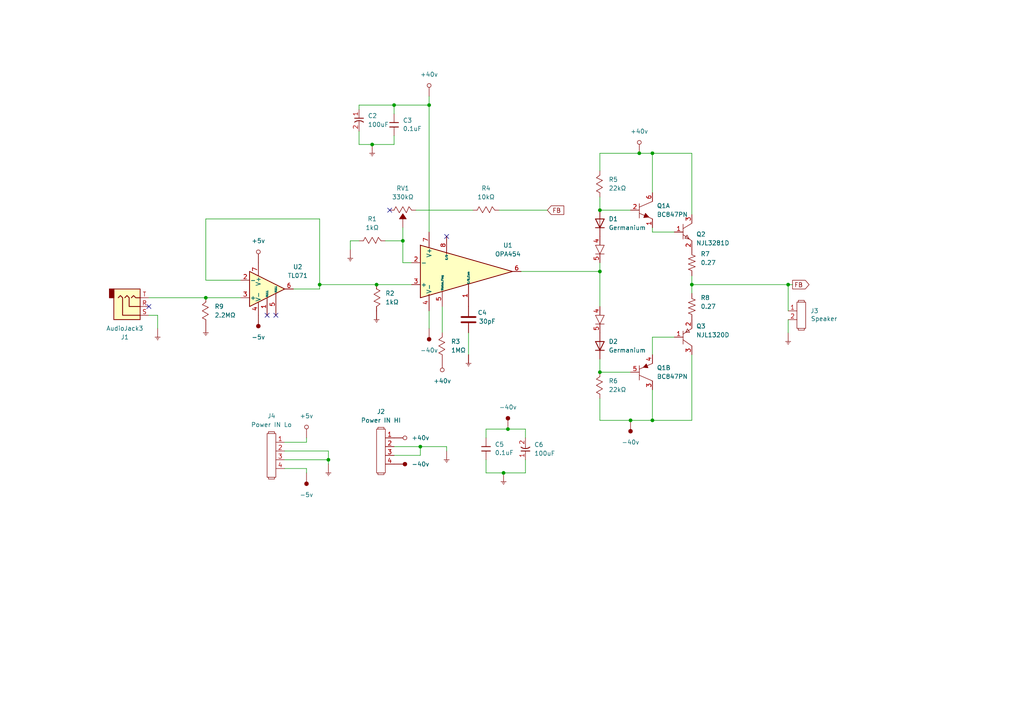
<source format=kicad_sch>
(kicad_sch (version 20250114) (generator "eeschema") (generator_version "9.0")
  (paper "A4")
  (lib_symbols
    (symbol "BC847PN_1"
      (property "Reference" "Q" (at -8.382 3.81 0))
      (property "Value" "BC847PN" (at -4.826 2.032 0))
      (symbol "BC847PN_1_0_1"
        (polyline (pts (xy 2.54 1.905) (xy 2.54 -2.286)))
        (polyline (pts (xy 6.35 2.54) (xy 2.54 0.889)))
        (polyline (pts (xy 6.35 -2.54) (xy 2.54 -0.889)))
      )
      (symbol "BC847PN_1_1_1"
        (polyline (pts (xy 5.334 -2.032) (xy 4.318 -0.889) (xy 3.81 -2.159) (xy 5.334 -2.032)) (fill (type outline)))
        (pin input line (at 0 0 0) (length 2.54) (name "") (number "2"))
        (pin input line (at 6.35 5.08 270) (length 2.54) (name "") (number "6"))
        (pin input line (at 6.35 -5.08 90) (length 2.54) (name "") (number "1"))
      )
      (symbol "BC847PN_1_2_1"
        (polyline (pts (xy 3.683 1.397) (xy 4.572 2.413) (xy 5.08 1.27) (xy 3.683 1.397)) (fill (type outline)))
        (pin input line (at 0 0 0) (length 2.54) (name "") (number "5"))
        (pin input line (at 6.35 5.08 270) (length 2.54) (name "") (number "4"))
        (pin input line (at 6.35 -5.08 90) (length 2.54) (name "") (number "3"))
      )
    )
    (symbol "Connector_Audio:AudioJack3"
      (property "Reference" "J" (at 0 8.89 0))
      (property "Value" "AudioJack3" (at 0 6.35 0))
      (symbol "AudioJack3_0_1"
        (rectangle (start -5.08 -5.08) (end -6.35 -2.54) (stroke (width 0.254)) (fill (type outline)))
        (polyline (pts (xy -1.905 -2.54) (xy -1.27 -3.175) (xy -0.635 -2.54) (xy -0.635 0) (xy 2.54 0)) (stroke (width 0.254)))
        (polyline (pts (xy 0 -2.54) (xy 0.635 -3.175) (xy 1.27 -2.54) (xy 2.54 -2.54)) (stroke (width 0.254)))
        (rectangle (start 2.54 3.81) (end -5.08 -5.08) (stroke (width 0.254)) (fill (type background)))
        (polyline (pts (xy 2.54 2.54) (xy -2.54 2.54) (xy -2.54 -2.54) (xy -3.175 -3.175) (xy -3.81 -2.54)) (stroke (width 0.254)))
      )
      (symbol "AudioJack3_1_1"
        (pin passive line (at 5.08 2.54 180) (length 2.54) (name "~") (number "S"))
        (pin passive line (at 5.08 0 180) (length 2.54) (name "~") (number "R"))
        (pin passive line (at 5.08 -2.54 180) (length 2.54) (name "~") (number "T"))
      )
    )
    (symbol "Custom Power:+40v" (power) (pin_numbers (hide yes)) (pin_names (hide yes)) (in_bom no) (on_board no)
      (property "Value" "+40v" (at 0 3.81 0))
      (symbol "+40v_0_1"
        (circle (center 0 1.8796) (radius 0.5611))
      )
      (symbol "+40v_1_1"
        (pin power_in line (at 0 -1.27 90) (length 2.54) (name "+40v") (number "~"))
      )
    )
    (symbol "Custom Power:+5v" (power) (pin_numbers (hide yes)) (pin_names (hide yes)) (in_bom no) (on_board no)
      (property "Value" "+5v" (at 0 3.81 0))
      (symbol "+5v_0_1"
        (circle (center 0 1.8796) (radius 0.5611))
      )
      (symbol "+5v_1_1"
        (pin power_in line (at 0 -1.27 90) (length 2.54) (name "+5v") (number ""))
      )
    )
    (symbol "Custom Power:-40v" (power) (pin_numbers (hide yes)) (pin_names (hide yes)) (in_bom no) (on_board no)
      (property "Value" "-40v" (at 0 3.81 0))
      (symbol "-40v_1_1"
        (circle (center 0 1.8796) (radius 0.5611) (fill (type outline)))
        (pin power_in line (at 0 -1.27 90) (length 2.54) (name "-40v") (number "~"))
      )
    )
    (symbol "Custom Power:-5v" (power) (pin_numbers (hide yes)) (pin_names (hide yes)) (in_bom no) (on_board no)
      (property "Value" "-5v" (at 0 3.81 0))
      (symbol "-5v_1_1"
        (circle (center 0 1.8796) (radius 0.5611) (fill (type outline)))
        (pin power_in line (at 0 -1.27 90) (length 2.54) (name "-5v") (number "~"))
      )
    )
    (symbol "Custom Power:Earth_GND" (power) (pin_numbers (hide yes)) (pin_names (hide yes)) (in_bom no) (on_board no)
      (symbol "Earth_GND_0_1"
        (polyline (pts (xy -0.762 -2.54) (xy 0.762 -2.54)))
        (polyline (pts (xy -0.381 -2.921) (xy 0.381 -2.921)))
        (polyline (pts (xy -0.127 -3.302) (xy 0.127 -3.302)))
      )
      (symbol "Earth_GND_1_1"
        (pin power_in line (at 0 0 270) (length 2.54) (name "Earth_GND") (number "~"))
      )
    )
    (symbol "Device:C" (pin_numbers (hide yes)) (pin_names (offset 0.254))
      (property "Reference" "C" (at 0.635 2.54 0))
      (property "Value" "C" (at 0.635 -2.54 0))
      (symbol "C_0_1"
        (polyline (pts (xy -2.032 0.762) (xy 2.032 0.762)) (stroke (width 0.508)))
        (polyline (pts (xy -2.032 -0.762) (xy 2.032 -0.762)) (stroke (width 0.508)))
      )
      (symbol "C_1_1"
        (pin passive line (at 0 3.81 270) (length 2.794) (name "~") (number "1"))
        (pin passive line (at 0 -3.81 90) (length 2.794) (name "~") (number "2"))
      )
    )
    (symbol "Device:R_US" (pin_numbers (hide yes)) (pin_names (offset 0))
      (property "Reference" "R" (at 2.54 0 90))
      (property "Value" "R_US" (at -2.54 0 90))
      (symbol "R_US_0_1"
        (polyline (pts (xy 0 2.286) (xy 0 2.54)))
        (polyline (pts (xy 0 2.286) (xy 1.016 1.905) (xy 0 1.524) (xy -1.016 1.143) (xy 0 0.762)))
        (polyline (pts (xy 0 0.762) (xy 1.016 0.381) (xy 0 0) (xy -1.016 -0.381) (xy 0 -0.762)))
        (polyline (pts (xy 0 -0.762) (xy 1.016 -1.143) (xy 0 -1.524) (xy -1.016 -1.905) (xy 0 -2.286)))
        (polyline (pts (xy 0 -2.286) (xy 0 -2.54)))
      )
      (symbol "R_US_1_1"
        (pin passive line (at 0 3.81 270) (length 1.27) (name "~") (number "1"))
        (pin passive line (at 0 -3.81 90) (length 1.27) (name "~") (number "2"))
      )
    )
    (symbol "OF Symbols:Header_1x2" (pin_names (hide yes))
      (property "Reference" "J" (at -7.62 -1.27 0))
      (property "Value" "?" (at -7.62 -3.81 0))
      (symbol "Header_1x2_0_1"
        (rectangle (start -5.08 2.54) (end -2.54 -5.08))
        (polyline (pts (xy -4.699 2.54) (xy -4.699 3.048) (xy -2.921 3.048) (xy -2.921 2.54)))
        (polyline (pts (xy -4.699 -5.08) (xy -4.699 -5.588) (xy -2.921 -5.588) (xy -2.921 -5.08)))
      )
      (symbol "Header_1x2_1_1"
        (pin passive line (at 0 0 180) (length 2.54) (name "1") (number "1"))
        (pin passive line (at 0 -2.54 180) (length 2.54) (name "2") (number "2"))
      )
    )
    (symbol "OF symbols:Resistor_Mod" (pin_numbers (hide yes)) (pin_names (offset 0) (hide yes))
      (property "Reference" "R" (at 0 4.318 0))
      (property "Value" "ValueΩ" (at 0 2.54 0))
      (symbol "Resistor_Mod_0_1"
        (polyline (pts (xy -2.54 0) (xy -2.032 1.016) (xy -1.016 -0.762) (xy 0 1.016) (xy 1.016 -0.762) (xy 1.778 1.016) (xy 2.54 0)))
      )
      (symbol "Resistor_Mod_1_1"
        (pin passive line (at -3.81 0 0) (length 1.27) (name "1") (number "1"))
        (pin passive line (at 3.81 0 180) (length 1.27) (name "2") (number "2"))
      )
    )
    (symbol "OF symbols:TL071" (pin_names (offset 0.127))
      (property "Reference" "U" (at 0 6.35 0))
      (property "Value" "TL071" (at 0 3.81 0))
      (symbol "TL071_0_1"
        (polyline (pts (xy -5.08 5.08) (xy 5.08 0) (xy -5.08 -5.08) (xy -5.08 5.08)) (stroke (width 0.254)) (fill (type background)))
      )
      (symbol "TL071_1_1"
        (pin input line (at -7.62 2.54 0) (length 2.54) (name "-") (number "2"))
        (pin input line (at -7.62 -2.54 0) (length 2.54) (name "+") (number "3"))
        (pin power_in line (at -2.54 7.62 270) (length 3.81) (name "V+") (number "7"))
        (pin power_in line (at -2.54 -7.62 90) (length 3.81) (name "V-") (number "4"))
        (pin no_connect line (at 0 2.54 270) (length 2.54) (hide yes) (name "NC") (number "8"))
        (pin input line (at 0 -7.62 90) (length 5.08) (name "NULL") (number "1"))
        (pin input line (at 2.54 -7.62 90) (length 6.35) (name "NULL") (number "5"))
        (pin output line (at 7.62 0 180) (length 2.54) (name "~") (number "6"))
      )
    )
    (symbol "Owen's Symbols:Capacitor" (pin_numbers (hide yes)) (pin_names (hide yes))
      (property "Reference" "C" (at 2.54 0 0))
      (property "Value" "?" (at 2.54 -2.54 0))
      (symbol "Capacitor_1_1"
        (polyline (pts (xy -1.27 -2.54) (xy 1.27 -2.54)) (stroke (width 0.254)))
        (polyline (pts (xy -1.27 -3.81) (xy 1.27 -3.81)) (stroke (width 0.254)))
        (pin passive line (at 0 0 270) (length 2.54) (name "1") (number "1"))
        (pin passive line (at 0 -6.35 90) (length 2.54) (name "2") (number "2"))
      )
    )
    (symbol "Owen's Symbols:Capacitor_pol" (pin_names (hide yes))
      (property "Reference" "C" (at 2.54 0 0))
      (property "Value" "?" (at 2.54 -2.54 0))
      (symbol "Capacitor_pol_0_1"
        (polyline (pts (xy 0 -3.302) (xy 0 -3.81)))
      )
      (symbol "Capacitor_pol_1_1"
        (polyline (pts (xy -1.27 -2.54) (xy 1.27 -2.54)) (stroke (width 0.254)))
        (arc (start -1.27 -3.6657) (mid 0 -3.2373) (end 1.27 -3.6657) (stroke (width 0.254)))
        (pin passive line (at 0 0 270) (length 2.54) (name "1") (number "1"))
        (pin passive line (at 0 -6.35 90) (length 2.54) (name "2") (number "2"))
      )
    )
    (symbol "Owen's Symbols:Header_1x4" (pin_names (hide yes))
      (property "Reference" "J" (at -8.89 -3.81 0))
      (property "Value" "?" (at -8.89 -6.35 0))
      (symbol "Header_1x4_0_1"
        (rectangle (start -5.08 2.54) (end -2.54 -10.16))
        (polyline (pts (xy -4.699 2.54) (xy -4.699 3.048) (xy -2.921 3.048) (xy -2.921 2.54)))
        (polyline (pts (xy -4.699 -10.16) (xy -4.699 -10.668) (xy -2.921 -10.668) (xy -2.921 -10.16)))
      )
      (symbol "Header_1x4_1_1"
        (pin passive line (at 0 0 180) (length 2.54) (name "1") (number "1"))
        (pin passive line (at 0 -2.54 180) (length 2.54) (name "2") (number "2"))
        (pin passive line (at 0 -5.08 180) (length 2.54) (name "3") (number "3"))
        (pin passive line (at 0 -7.62 180) (length 2.54) (name "4") (number "4"))
      )
    )
    (symbol "Owen's Symbols:NJL1302DG"
      (property "Reference" "Q" (at 0 0 0))
      (property "Value" "NJL1320D" (at 0 0 0))
      (symbol "NJL1302DG_0_1"
        (polyline (pts (xy -22.86 6.35) (xy -20.32 6.35) (xy -21.59 3.81) (xy -22.86 6.35)))
        (polyline (pts (xy -22.86 3.81) (xy -20.32 3.81)))
        (polyline (pts (xy 2.54 0.762) (xy 2.54 0.762)))
        (polyline (pts (xy 2.54 -2.032) (xy 2.54 1.778)))
        (polyline (pts (xy 3.302 1.397) (xy 3.81 2.413) (xy 4.445 1.397) (xy 3.302 1.397)))
        (polyline (pts (xy 5.08 2.54) (xy 2.54 0.889)))
        (polyline (pts (xy 5.08 -2.54) (xy 2.54 -0.762)))
      )
      (symbol "NJL1302DG_1_1"
        (pin input line (at -21.59 8.89 270) (length 2.54) (name "") (number "4"))
        (pin input line (at -21.59 1.27 90) (length 2.54) (name "") (number "5"))
        (pin input line (at 0 0 0) (length 2.54) (name "") (number "1"))
        (pin input line (at 5.08 5.08 270) (length 2.54) (name "") (number "2"))
        (pin input line (at 5.08 -5.08 90) (length 2.54) (name "") (number "3"))
      )
    )
    (symbol "Owen's Symbols:NJL3281DG"
      (property "Reference" "Q" (at -8.89 5.588 0))
      (property "Value" "NJL3281D" (at -4.826 3.81 0))
      (symbol "NJL3281DG_0_1"
        (polyline (pts (xy -22.86 -3.81) (xy -20.32 -3.81) (xy -21.59 -6.35) (xy -22.86 -3.81)))
        (polyline (pts (xy -22.86 -6.35) (xy -20.32 -6.35)))
        (polyline (pts (xy 2.54 2.286) (xy 2.54 -2.032)))
        (polyline (pts (xy 2.54 -0.762) (xy 5.08 -2.54)))
        (polyline (pts (xy 3.683 -0.889) (xy 3.048 -1.778) (xy 4.318 -2.032) (xy 3.683 -0.889)))
        (polyline (pts (xy 5.08 2.54) (xy 2.54 1.016)))
      )
      (symbol "NJL3281DG_1_1"
        (pin input line (at -21.59 -1.27 270) (length 2.54) (name "") (number "4"))
        (pin input line (at -21.59 -8.89 90) (length 2.54) (name "") (number "5"))
        (pin input line (at 0 0 0) (length 2.54) (name "") (number "1"))
        (pin input line (at 5.08 5.08 270) (length 2.54) (name "") (number "3"))
        (pin input line (at 5.08 -5.08 90) (length 2.54) (name "") (number "2"))
      )
    )
    (symbol "Owen's Symbols:OPA454" (pin_names (offset 0.127))
      (property "Reference" "U" (at 0 6.35 0))
      (property "Value" "OPA454" (at 0 3.81 0))
      (symbol "OPA454_0_1"
        (polyline (pts (xy -5.08 10.16) (xy 21.59 2.54) (xy -5.08 -5.08) (xy -5.08 10.16)) (stroke (width 0.254)) (fill (type background)))
      )
      (symbol "OPA454_1_1"
        (pin input line (at -7.62 5.08 0) (length 2.54) (name "-") (number "2"))
        (pin input line (at -7.62 -1.27 0) (length 2.54) (name "+") (number "3"))
        (pin power_in line (at -2.54 13.97 270) (length 4.445) (name "V+") (number "7"))
        (pin power_in line (at -2.54 -8.89 90) (length 4.826) (name "V-") (number "4"))
        (pin no_connect line (at 0 2.54 270) (length 2.54) (hide yes) (name "NC") (number "8"))
        (pin input line (at 1.27 -7.62 90) (length 4.445) (name "Status_Flag") (number "5"))
        (pin input line (at 2.54 12.7 270) (length 5.08) (name "E/D") (number "8"))
        (pin input line (at 8.89 -7.62 90) (length 6.35) (name "E/D_Com") (number "1"))
        (pin output line (at 24.13 2.54 180) (length 2.54) (name "~") (number "6"))
      )
    )
    (symbol "Owen's Symbols:Potentiometer" (pin_numbers (hide yes)) (pin_names (offset 0) (hide yes))
      (property "Reference" "RV" (at 0 4.318 0))
      (property "Value" "ValueΩ" (at 0 2.54 0))
      (symbol "Potentiometer_0_1"
        (polyline (pts (xy -2.54 0) (xy -2.032 1.016) (xy -1.016 -0.762) (xy 0 1.016) (xy 1.016 -0.762) (xy 1.778 1.016) (xy 2.54 0)))
      )
      (symbol "Potentiometer_1_1"
        (polyline (pts (xy 0 -2.54) (xy -1.016 -2.54) (xy 0 -1.016) (xy 1.016 -2.54) (xy 0 -2.54)) (fill (type outline)))
        (pin passive line (at -3.81 0 0) (length 1.27) (name "1") (number "1"))
        (pin passive line (at 0 -5.08 90) (length 2.54) (name "3") (number "3"))
        (pin passive line (at 3.81 0 180) (length 1.27) (name "2") (number "2"))
      )
    )
    (symbol "Owen's Symbols:Resistor_Mod" (pin_numbers (hide yes)) (pin_names (offset 0) (hide yes))
      (property "Reference" "R" (at 0 4.318 0))
      (property "Value" "ValueΩ" (at 0 2.54 0))
      (symbol "Resistor_Mod_0_1"
        (polyline (pts (xy -2.54 0) (xy -2.032 1.016) (xy -1.016 -0.762) (xy 0 1.016) (xy 1.016 -0.762) (xy 1.778 1.016) (xy 2.54 0)))
      )
      (symbol "Resistor_Mod_1_1"
        (pin passive line (at -3.81 0 0) (length 1.27) (name "1") (number "1"))
        (pin passive line (at 3.81 0 180) (length 1.27) (name "2") (number "2"))
      )
    )
    (symbol "Simulation_SPICE:DIODE" (pin_numbers (hide yes)) (pin_names (offset 1.016) (hide yes))
      (property "Reference" "D" (at 0 2.54 0))
      (property "Value" "DIODE" (at 0 -2.54 0))
      (symbol "DIODE_0_1"
        (polyline (pts (xy -1.27 -1.27) (xy -1.27 1.27) (xy 1.27 0) (xy -1.27 -1.27)) (stroke (width 0.254)))
        (polyline (pts (xy 1.27 1.27) (xy 1.27 -1.27)) (stroke (width 0.254)))
        (polyline (pts (xy 1.27 0) (xy -1.27 0)))
      )
      (symbol "DIODE_1_1"
        (pin passive line (at -3.81 0 0) (length 2.54) (name "A") (number "1"))
        (pin passive line (at 3.81 0 180) (length 2.54) (name "K") (number "2"))
      )
    )
  )
  (junction (at 95.25 133.35))
  (junction (at 114.3 30.48))
  (junction (at 228.6 82.55))
  (junction (at 200.66 82.55))
  (junction (at 173.99 107.95))
  (junction (at 109.22 82.55))
  (junction (at 92.71 82.55))
  (junction (at 116.84 69.85))
  (junction (at 107.95 41.91))
  (junction (at 146.05 137.16))
  (junction (at 147.32 124.46))
  (junction (at 173.99 78.74))
  (junction (at 189.23 44.45))
  (junction (at 185.42 44.45))
  (junction (at 59.69 86.36))
  (junction (at 173.99 60.96))
  (junction (at 189.23 121.92))
  (junction (at 121.92 129.54))
  (junction (at 124.46 30.48))
  (junction (at 182.88 121.92))
  (no_connect (at 80.01 91.44))
  (no_connect (at 113.03 60.96))
  (no_connect (at 129.54 68.58))
  (no_connect (at 77.47 91.44))
  (no_connect (at 43.18 88.9))
  (wire (pts (xy 107.95 41.91) (xy 114.3 41.91)))
  (wire (pts (xy 114.3 30.48) (xy 124.46 30.48)))
  (wire (pts (xy 124.46 27.94) (xy 124.46 30.48)))
  (wire (pts (xy 135.89 102.87) (xy 135.89 96.52)))
  (wire (pts (xy 69.85 86.36) (xy 59.69 86.36)))
  (wire (pts (xy 111.76 69.85) (xy 116.84 69.85)))
  (wire (pts (xy 200.66 82.55) (xy 228.6 82.55)))
  (wire (pts (xy 182.88 121.92) (xy 189.23 121.92)))
  (wire (pts (xy 116.84 76.2) (xy 119.38 76.2)))
  (wire (pts (xy 173.99 121.92) (xy 182.88 121.92)))
  (wire (pts (xy 189.23 121.92) (xy 200.66 121.92)))
  (wire (pts (xy 173.99 76.2) (xy 173.99 78.74)))
  (wire (pts (xy 121.92 129.54) (xy 129.54 129.54)))
  (wire (pts (xy 140.97 124.46) (xy 140.97 127)))
  (wire (pts (xy 104.14 38.1) (xy 104.14 41.91)))
  (wire (pts (xy 228.6 82.55) (xy 228.6 90.17)))
  (wire (pts (xy 101.6 69.85) (xy 101.6 72.39)))
  (wire (pts (xy 92.71 82.55) (xy 92.71 83.82)))
  (wire (pts (xy 128.27 96.52) (xy 128.27 88.9)))
  (wire (pts (xy 82.55 133.35) (xy 95.25 133.35)))
  (wire (pts (xy 69.85 81.28) (xy 59.69 81.28)))
  (wire (pts (xy 189.23 113.03) (xy 189.23 121.92)))
  (wire (pts (xy 43.18 86.36) (xy 59.69 86.36)))
  (wire (pts (xy 116.84 69.85) (xy 116.84 76.2)))
  (wire (pts (xy 82.55 130.81) (xy 95.25 130.81)))
  (wire (pts (xy 116.84 66.04) (xy 116.84 69.85)))
  (wire (pts (xy 173.99 60.96) (xy 182.88 60.96)))
  (wire (pts (xy 104.14 41.91) (xy 107.95 41.91)))
  (wire (pts (xy 140.97 137.16) (xy 146.05 137.16)))
  (wire (pts (xy 95.25 133.35) (xy 95.25 134.62)))
  (wire (pts (xy 95.25 130.81) (xy 95.25 133.35)))
  (wire (pts (xy 173.99 57.15) (xy 173.99 60.96)))
  (wire (pts (xy 185.42 44.45) (xy 173.99 44.45)))
  (wire (pts (xy 189.23 97.79) (xy 195.58 97.79)))
  (wire (pts (xy 140.97 124.46) (xy 147.32 124.46)))
  (wire (pts (xy 146.05 137.16) (xy 152.4 137.16)))
  (wire (pts (xy 189.23 67.31) (xy 195.58 67.31)))
  (wire (pts (xy 88.9 135.89) (xy 88.9 137.16)))
  (wire (pts (xy 59.69 81.28) (xy 59.69 63.5)))
  (wire (pts (xy 129.54 129.54) (xy 129.54 130.81)))
  (wire (pts (xy 189.23 44.45) (xy 189.23 55.88)))
  (wire (pts (xy 92.71 82.55) (xy 109.22 82.55)))
  (wire (pts (xy 152.4 124.46) (xy 152.4 127)))
  (wire (pts (xy 92.71 63.5) (xy 92.71 82.55)))
  (wire (pts (xy 147.32 124.46) (xy 152.4 124.46)))
  (wire (pts (xy 45.72 91.44) (xy 45.72 95.25)))
  (wire (pts (xy 120.65 60.96) (xy 137.16 60.96)))
  (wire (pts (xy 144.78 60.96) (xy 158.75 60.96)))
  (wire (pts (xy 200.66 82.55) (xy 200.66 85.09)))
  (wire (pts (xy 104.14 31.75) (xy 104.14 30.48)))
  (wire (pts (xy 173.99 107.95) (xy 182.88 107.95)))
  (wire (pts (xy 228.6 82.55) (xy 229.87 82.55)))
  (wire (pts (xy 82.55 135.89) (xy 88.9 135.89)))
  (wire (pts (xy 104.14 69.85) (xy 101.6 69.85)))
  (wire (pts (xy 121.92 132.08) (xy 121.92 129.54)))
  (wire (pts (xy 189.23 44.45) (xy 185.42 44.45)))
  (wire (pts (xy 114.3 129.54) (xy 121.92 129.54)))
  (wire (pts (xy 124.46 95.25) (xy 124.46 90.17)))
  (wire (pts (xy 200.66 62.23) (xy 200.66 44.45)))
  (wire (pts (xy 59.69 63.5) (xy 92.71 63.5)))
  (wire (pts (xy 43.18 91.44) (xy 45.72 91.44)))
  (wire (pts (xy 151.13 78.74) (xy 173.99 78.74)))
  (wire (pts (xy 189.23 44.45) (xy 200.66 44.45)))
  (wire (pts (xy 114.3 33.02) (xy 114.3 30.48)))
  (wire (pts (xy 189.23 66.04) (xy 189.23 67.31)))
  (wire (pts (xy 173.99 104.14) (xy 173.99 107.95)))
  (wire (pts (xy 104.14 30.48) (xy 114.3 30.48)))
  (wire (pts (xy 114.3 39.37) (xy 114.3 41.91)))
  (wire (pts (xy 92.71 83.82) (xy 85.09 83.82)))
  (wire (pts (xy 82.55 128.27) (xy 88.9 128.27)))
  (wire (pts (xy 173.99 44.45) (xy 173.99 49.53)))
  (wire (pts (xy 200.66 121.92) (xy 200.66 102.87)))
  (wire (pts (xy 173.99 115.57) (xy 173.99 121.92)))
  (wire (pts (xy 88.9 128.27) (xy 88.9 127)))
  (wire (pts (xy 189.23 102.87) (xy 189.23 97.79)))
  (wire (pts (xy 228.6 92.71) (xy 228.6 96.52)))
  (wire (pts (xy 152.4 137.16) (xy 152.4 133.35)))
  (wire (pts (xy 140.97 133.35) (xy 140.97 137.16)))
  (wire (pts (xy 109.22 82.55) (xy 119.38 82.55)))
  (wire (pts (xy 124.46 30.48) (xy 124.46 67.31)))
  (wire (pts (xy 114.3 132.08) (xy 121.92 132.08)))
  (wire (pts (xy 200.66 80.01) (xy 200.66 82.55)))
  (wire (pts (xy 173.99 78.74) (xy 173.99 88.9)))
  (global_label "FB" (shape input) (at 158.75 60.96 0) (property "Intersheetrefs" "${INTERSHEET_REFS}" (effects (hide yes))))
  (global_label "FB" (shape output) (at 229.87 82.55 0) (property "Intersheetrefs" "${INTERSHEET_REFS}" (effects (hide yes))))
  (symbol (lib_id "Owen's Symbols:Capacitor") (at 114.3 33.02 0) (unit 1)
    (property "Reference" "C3" (at 116.84 34.9249 0) (effects (justify left)))
    (property "Value" "0.1uF" (at 116.84 37.338 0) (effects (justify left)))
    (property "Footprint" "Capacitor_SMD:C_0805_2012Metric_Pad1.18x1.45mm_HandSolder" (effects (hide yes)))
  )
  (symbol (lib_id "Owen's Symbols:Resistor_Mod") (at 173.99 53.34 90) (unit 1)
    (property "Reference" "R5" (at 176.53 52.0699 90) (effects (justify right)))
    (property "Value" "22kΩ" (at 176.53 54.6099 90) (effects (justify right)))
    (property "Footprint" "Resistor_SMD:R_0805_2012Metric_Pad1.20x1.40mm_HandSolder" (effects (hide yes)))
  )
  (symbol (lib_id "Custom Power:-40v") (at 147.32 123.19 0) (unit 1) (in_bom no) (on_board no)
    (property "Reference" "#PWR013" (effects (hide yes)))
    (property "Value" "-40v" (at 147.32 118.11 0))
  )
  (symbol (lib_id "Custom Power:+5v") (at 88.9 125.73 0) (unit 1) (in_bom no) (on_board no)
    (property "Reference" "#PWR020" (effects (hide yes)))
    (property "Value" "+5v" (at 88.9 120.65 0))
  )
  (symbol (lib_id "Custom Power:+5v") (at 74.93 74.93 0) (unit 1) (in_bom no) (on_board no)
    (property "Reference" "#PWR018" (effects (hide yes)))
    (property "Value" "+5v" (at 74.93 69.85 0))
  )
  (symbol (lib_id "Custom Power:-40v") (at 182.88 123.19 180) (unit 1) (in_bom no) (on_board no)
    (property "Reference" "#PWR014" (effects (hide yes)))
    (property "Value" "-40v" (at 182.88 128.27 0))
  )
  (symbol (lib_id "Owen's Symbols:NJL1302DG") (at 195.58 97.79 0) (unit 1)
    (property "Reference" "Q3" (at 201.93 94.6149 0) (effects (justify left)))
    (property "Value" "NJL1320D" (at 201.93 97.1549 0) (effects (justify left)))
    (property "Footprint" "Package_TO_SOT_THT:TO-264-5_Vertical" (effects (hide yes)))
    (property "Datasheet" "https://www.onsemi.com/pdf/datasheet/njl3281d-d.pdf" (effects (hide yes)))
  )
  (symbol (lib_id "Custom Power:Earth_GND") (at 228.6 96.52 0) (unit 1) (in_bom no) (on_board no)
    (property "Reference" "#PWR016" (effects (hide yes)))
    (property "Value" "Earth_GND" (effects (hide yes)))
  )
  (symbol (lib_id "Custom Power:Earth_GND") (at 107.95 41.91 0) (unit 1) (in_bom no) (on_board no)
    (property "Reference" "#PWR03" (effects (hide yes)))
    (property "Value" "Earth_GND" (effects (hide yes)))
  )
  (symbol (lib_id "Custom Power:-5v") (at 88.9 138.43 180) (unit 1) (in_bom no) (on_board no)
    (property "Reference" "#PWR021" (effects (hide yes)))
    (property "Value" "-5v" (at 88.9 143.51 0))
  )
  (symbol (lib_id "Device:R_US") (at 200.66 76.2 0) (unit 1)
    (property "Reference" "R7" (at 203.2 73.6599 0) (effects (justify left)))
    (property "Value" "0.27" (at 203.2 76.1999 0) (effects (justify left)))
    (property "Footprint" "Resistor_THT:R_Axial_Power_L25.0mm_W6.4mm_P27.94mm" (effects (hide yes)))
  )
  (symbol (lib_id "Owen's Symbols:Resistor_Mod") (at 109.22 86.36 270) (unit 1)
    (property "Reference" "R2" (at 111.76 85.0899 90) (effects (justify left)))
    (property "Value" "1kΩ" (at 111.76 87.6299 90) (effects (justify left)))
    (property "Footprint" "Resistor_SMD:R_0805_2012Metric_Pad1.20x1.40mm_HandSolder" (effects (hide yes)))
  )
  (symbol (lib_id "Custom Power:-40v") (at 124.46 96.52 180) (unit 1) (in_bom no) (on_board no)
    (property "Reference" "#PWR08" (effects (hide yes)))
    (property "Value" "-40v" (at 124.46 101.6 0))
  )
  (symbol (lib_name "BC847PN_1") (lib_id "Owen's Symbols:BC847PN") (at 182.88 107.95 0) (unit 2)
    (property "Reference" "Q1" (at 190.5 106.6799 0) (effects (justify left)))
    (property "Value" "BC847PN" (at 190.5 109.2199 0) (effects (justify left)))
    (property "Footprint" "Package_TO_SOT_SMD:SOT-363_SC-70-6_Handsoldering" (effects (hide yes)))
    (property "Datasheet" "https://www.diodes.com/assets/Datasheets/ds30278.pdf" (effects (hide yes)))
  )
  (symbol (lib_id "Custom Power:Earth_GND") (at 135.89 102.87 0) (unit 1) (in_bom no) (on_board no)
    (property "Reference" "#PWR011" (effects (hide yes)))
    (property "Value" "Earth_GND" (effects (hide yes)))
  )
  (symbol (lib_id "Owen's Symbols:Capacitor") (at 140.97 127 0) (unit 1)
    (property "Reference" "C5" (at 143.51 128.9049 0) (effects (justify left)))
    (property "Value" "0.1uF" (at 143.51 131.318 0) (effects (justify left)))
    (property "Footprint" "Capacitor_SMD:C_0805_2012Metric_Pad1.18x1.45mm_HandSolder" (effects (hide yes)))
  )
  (symbol (lib_id "Owen's Symbols:NJL3281DG") (at 195.58 67.31 0) (unit 1)
    (property "Reference" "Q2" (at 201.93 67.9449 0) (effects (justify left)))
    (property "Value" "NJL3281D" (at 201.93 70.4849 0) (effects (justify left)))
    (property "Footprint" "Package_TO_SOT_THT:TO-264-5_Vertical" (effects (hide yes)))
    (property "Datasheet" "https://www.onsemi.com/pdf/datasheet/njl3281d-d.pdf" (effects (hide yes)))
  )
  (symbol (lib_id "Custom Power:+40v") (at 185.42 43.18 0) (unit 1) (in_bom no) (on_board no)
    (property "Reference" "#PWR015" (effects (hide yes)))
    (property "Value" "+40v" (at 185.42 38.1 0))
  )
  (symbol (lib_id "Owen's Symbols:Resistor_Mod") (at 107.95 69.85 0) (unit 1)
    (property "Reference" "R1" (at 107.95 63.5 0))
    (property "Value" "1kΩ" (at 107.95 66.04 0))
    (property "Footprint" "Resistor_SMD:R_0805_2012Metric_Pad1.20x1.40mm_HandSolder" (effects (hide yes)))
  )
  (symbol (lib_id "Simulation_SPICE:DIODE") (at 173.99 100.33 270) (unit 1)
    (property "Reference" "D2" (at 176.53 99.0599 90) (effects (justify left)))
    (property "Value" "Germanium" (at 176.53 101.5999 90) (effects (justify left)))
    (property "Footprint" "Diode_THT:D_DO-15_P12.70mm_Horizontal" (effects (hide yes)))
    (property "Sim.Device" "SPICE" (effects (hide yes)))
    (property "Sim.Params" "type=\"D\" model=\"Germanium\" lib=\"\"" (effects (hide yes)))
    (property "Sim.Pins" "1=1 2=2" (effects (hide yes)))
  )
  (symbol (lib_id "Owen's Symbols:Header_1x4") (at 114.3 127 0) (unit 1)
    (property "Reference" "J2" (at 110.49 119.38 0))
    (property "Value" "Power IN HI" (at 110.49 121.92 0))
    (property "Footprint" "OF footprints:4-Pin Screw Terminal" (effects (hide yes)))
  )
  (symbol (lib_id "Custom Power:Earth_GND") (at 146.05 137.16 0) (unit 1) (in_bom no) (on_board no)
    (property "Reference" "#PWR012" (effects (hide yes)))
    (property "Value" "Earth_GND" (effects (hide yes)))
  )
  (symbol (lib_id "Custom Power:Earth_GND") (at 129.54 130.81 0) (unit 1) (in_bom no) (on_board no)
    (property "Reference" "#PWR010" (effects (hide yes)))
    (property "Value" "Earth_GND" (effects (hide yes)))
  )
  (symbol (lib_id "Custom Power:+40v") (at 128.27 105.41 180) (unit 1) (in_bom no) (on_board no)
    (property "Reference" "#PWR09" (effects (hide yes)))
    (property "Value" "+40v" (at 128.27 110.49 0))
  )
  (symbol (lib_id "Owen's Symbols:Potentiometer") (at 116.84 60.96 0) (unit 1)
    (property "Reference" "RV1" (at 116.84 54.61 0))
    (property "Value" "330kΩ" (at 116.84 57.15 0))
    (property "Footprint" "Potentiometer_THT:Potentiometer_Piher_PC-16_Single_Horizontal" (effects (hide yes)))
  )
  (symbol (lib_id "Custom Power:Earth_GND") (at 109.22 90.17 0) (unit 1) (in_bom no) (on_board no)
    (property "Reference" "#PWR04" (effects (hide yes)))
    (property "Value" "Earth_GND" (effects (hide yes)))
  )
  (symbol (lib_id "Owen's Symbols:Capacitor_pol") (at 152.4 133.35 180) (unit 1)
    (property "Reference" "C6" (at 154.94 128.9684 0) (effects (justify right)))
    (property "Value" "100uF" (at 154.94 131.5084 0) (effects (justify right)))
    (property "Footprint" "Capacitor_THT:CP_Radial_D10.0mm_P5.00mm" (effects (hide yes)))
  )
  (symbol (lib_id "Simulation_SPICE:DIODE") (at 173.99 64.77 270) (unit 1)
    (property "Reference" "D1" (at 176.53 63.4999 90) (effects (justify left)))
    (property "Value" "Germanium" (at 176.53 66.0399 90) (effects (justify left)))
    (property "Footprint" "Diode_THT:D_DO-15_P12.70mm_Horizontal" (effects (hide yes)))
    (property "Sim.Device" "SPICE" (effects (hide yes)))
    (property "Sim.Params" "type=\"D\" model=\"Silicon\" lib=\"\"" (effects (hide yes)))
    (property "Sim.Pins" "1=1 2=2" (effects (hide yes)))
  )
  (symbol (lib_id "Custom Power:Earth_GND") (at 59.69 93.98 0) (unit 1) (in_bom no) (on_board no)
    (property "Reference" "#PWR017" (effects (hide yes)))
    (property "Value" "Earth_GND" (effects (hide yes)))
  )
  (symbol (lib_id "Connector_Audio:AudioJack3") (at 38.1 88.9 0) (mirror x) (unit 1)
    (property "Reference" "J1" (at 36.195 97.79 0))
    (property "Value" "AudioJack3" (at 36.195 95.25 0))
    (property "Footprint" "OF Footprints:1_4-input-TRS" (effects (hide yes)))
    (property "Description" "Audio Jack, 3 Poles (Stereo / TRS)" (effects (hide yes)))
  )
  (symbol (lib_id "Owen's Symbols:Header_1x4") (at 82.55 128.27 0) (unit 1)
    (property "Reference" "J4" (at 78.74 120.65 0))
    (property "Value" "Power IN Lo" (at 78.74 123.19 0))
    (property "Footprint" "OF Footprints:4-Pin Screw Terminal" (effects (hide yes)))
  )
  (symbol (lib_id "Custom Power:+40v") (at 115.57 127 270) (unit 1) (in_bom no) (on_board no)
    (property "Reference" "#PWR05" (effects (hide yes)))
    (property "Value" "+40v" (at 119.38 126.9999 90) (effects (justify left)))
  )
  (symbol (lib_id "Custom Power:Earth_GND") (at 101.6 72.39 0) (unit 1) (in_bom no) (on_board no)
    (property "Reference" "#PWR02" (effects (hide yes)))
    (property "Value" "Earth_GND" (effects (hide yes)))
  )
  (symbol (lib_id "Owen's Symbols:Resistor_Mod") (at 140.97 60.96 0) (unit 1)
    (property "Reference" "R4" (at 140.97 54.61 0))
    (property "Value" "10kΩ" (at 140.97 57.15 0))
    (property "Footprint" "Resistor_SMD:R_0805_2012Metric_Pad1.20x1.40mm_HandSolder" (effects (hide yes)))
  )
  (symbol (lib_name "BC847PN_1") (lib_id "Owen's Symbols:BC847PN") (at 182.88 60.96 0) (unit 1)
    (property "Reference" "Q1" (at 190.5 59.6899 0) (effects (justify left)))
    (property "Value" "BC847PN" (at 190.5 62.2299 0) (effects (justify left)))
    (property "Footprint" "Package_TO_SOT_SMD:SOT-363_SC-70-6_Handsoldering" (effects (hide yes)))
    (property "Datasheet" "https://www.diodes.com/assets/Datasheets/ds30278.pdf" (effects (hide yes)))
  )
  (symbol (lib_id "Owen's Symbols:Resistor_Mod") (at 128.27 100.33 90) (unit 1)
    (property "Reference" "R3" (at 130.81 99.0599 90) (effects (justify right)))
    (property "Value" "1MΩ" (at 130.81 101.5999 90) (effects (justify right)))
    (property "Footprint" "Resistor_SMD:R_0805_2012Metric_Pad1.20x1.40mm_HandSolder" (effects (hide yes)))
  )
  (symbol (lib_id "Device:C") (at 135.89 92.71 180) (unit 1)
    (property "Reference" "C4" (at 141.224 90.678 0) (effects (justify left)))
    (property "Value" "30pF" (at 143.764 93.218 0) (effects (justify left)))
    (property "Footprint" "Capacitor_SMD:C_0805_2012Metric_Pad1.18x1.45mm_HandSolder" (effects (hide yes)))
  )
  (symbol (lib_id "Custom Power:-5v") (at 74.93 92.71 180) (unit 1) (in_bom no) (on_board no)
    (property "Reference" "#PWR019" (effects (hide yes)))
    (property "Value" "-5v" (at 74.93 97.79 0))
  )
  (symbol (lib_id "Owen's Symbols:Capacitor_pol") (at 104.14 31.75 0) (unit 1)
    (property "Reference" "C2" (at 106.68 33.5914 0) (effects (justify left)))
    (property "Value" "100uF" (at 106.68 36.1314 0) (effects (justify left)))
    (property "Footprint" "Capacitor_THT:CP_Radial_D10.0mm_P5.00mm" (effects (hide yes)))
  )
  (symbol (lib_id "OF symbols:Resistor_Mod") (at 59.69 90.17 90) (unit 1)
    (property "Reference" "R9" (at 62.23 88.8999 90) (effects (justify right)))
    (property "Value" "2.2MΩ" (at 62.23 91.4399 90) (effects (justify right)))
    (property "Footprint" "Resistor_SMD:R_0805_2012Metric_Pad1.20x1.40mm_HandSolder" (effects (hide yes)))
  )
  (symbol (lib_id "Device:R_US") (at 200.66 88.9 0) (unit 1)
    (property "Reference" "R8" (at 203.2 86.3599 0) (effects (justify left)))
    (property "Value" "0.27" (at 203.2 88.8999 0) (effects (justify left)))
    (property "Footprint" "Resistor_THT:R_Axial_Power_L25.0mm_W6.4mm_P27.94mm" (effects (hide yes)))
  )
  (symbol (lib_id "OF symbols:TL071") (at 77.47 83.82 0) (unit 1)
    (property "Reference" "U2" (at 86.36 77.3998 0))
    (property "Value" "TL071" (at 86.36 79.9398 0))
    (property "Footprint" "Package_DIP:DIP-8_W7.62mm" (effects (hide yes)))
    (property "Datasheet" "http://www.ti.com/lit/ds/symlink/tl071.pdf" (effects (hide yes)))
    (property "Description" "Single Low-Noise JFET-Input Operational Amplifiers, DIP-8/SOIC-8" (effects (hide yes)))
  )
  (symbol (lib_id "Custom Power:Earth_GND") (at 45.72 95.25 0) (unit 1) (in_bom no) (on_board no)
    (property "Reference" "#PWR01" (effects (hide yes)))
    (property "Value" "Earth_GND" (effects (hide yes)))
  )
  (symbol (lib_id "Owen's Symbols:Resistor_Mod") (at 173.99 111.76 90) (unit 1)
    (property "Reference" "R6" (at 176.53 110.4899 90) (effects (justify right)))
    (property "Value" "22kΩ" (at 176.53 113.0299 90) (effects (justify right)))
    (property "Footprint" "Resistor_SMD:R_0805_2012Metric_Pad1.20x1.40mm_HandSolder" (effects (hide yes)))
  )
  (symbol (lib_id "Owen's Symbols:OPA454") (at 127 81.28 0) (unit 1)
    (property "Reference" "U1" (at 147.32 71.1514 0))
    (property "Value" "OPA454" (at 147.32 73.6914 0))
    (property "Footprint" "OF footprints:SOIC-8-1EP_3.9x4.9mm_P1.27mm_EP2.29x3mm" (effects (hide yes)))
    (property "Datasheet" "https://www.ti.com/lit/ds/symlink/opa454.pdf?HQS=dis-dk-null-digikeymode-dsf-pf-null-wwe&ts=1727397511695&ref_url=https%253A%252F%252Fwww.digikey.com%252F" (effects (hide yes)))
    (property "Description" "Single Low-Noise JFET-Input Operational Amplifiers, DIP-8/SOIC-8" (effects (hide yes)))
  )
  (symbol (lib_id "Custom Power:Earth_GND") (at 95.25 134.62 0) (unit 1) (in_bom no) (on_board no)
    (property "Reference" "#PWR022" (effects (hide yes)))
    (property "Value" "Earth_GND" (effects (hide yes)))
  )
  (symbol (lib_id "Custom Power:+40v") (at 124.46 26.67 0) (unit 1) (in_bom no) (on_board no)
    (property "Reference" "#PWR07" (effects (hide yes)))
    (property "Value" "+40v" (at 124.46 21.59 0))
  )
  (symbol (lib_id "Custom Power:-40v") (at 115.57 134.62 270) (unit 1) (in_bom no) (on_board no)
    (property "Reference" "#PWR06" (effects (hide yes)))
    (property "Value" "-40v" (at 119.38 134.6199 90) (effects (justify left)))
  )
  (symbol (lib_id "OF Symbols:Header_1x2") (at 228.6 90.17 0) (mirror y) (unit 1)
    (property "Reference" "J3" (at 236.22 90.17 0))
    (property "Value" "Speaker" (at 239.014 92.456 0))
    (property "Footprint" "OF footprints:Two_Pin_Screw_Terminal" (effects (hide yes)))
  )
)
</source>
